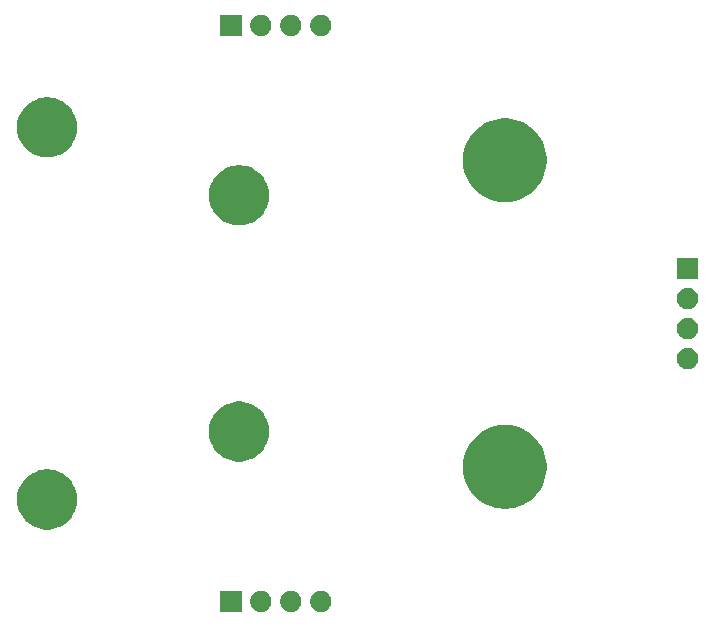
<source format=gbr>
G04 #@! TF.GenerationSoftware,KiCad,Pcbnew,9.0.2*
G04 #@! TF.CreationDate,2025-10-10T20:33:48-04:00*
G04 #@! TF.ProjectId,Trackball,54726163-6b62-4616-9c6c-2e6b69636164,rev?*
G04 #@! TF.SameCoordinates,Original*
G04 #@! TF.FileFunction,Soldermask,Bot*
G04 #@! TF.FilePolarity,Negative*
%FSLAX46Y46*%
G04 Gerber Fmt 4.6, Leading zero omitted, Abs format (unit mm)*
G04 Created by KiCad (PCBNEW 9.0.2) date 2025-10-10 20:33:48*
%MOMM*%
%LPD*%
G01*
G04 APERTURE LIST*
G04 APERTURE END LIST*
G36*
X50077517Y-105086882D02*
G01*
X50094062Y-105097938D01*
X50105118Y-105114483D01*
X50109000Y-105134000D01*
X50109000Y-106834000D01*
X50105118Y-106853517D01*
X50094062Y-106870062D01*
X50077517Y-106881118D01*
X50058000Y-106885000D01*
X48358000Y-106885000D01*
X48338483Y-106881118D01*
X48321938Y-106870062D01*
X48310882Y-106853517D01*
X48307000Y-106834000D01*
X48307000Y-105134000D01*
X48310882Y-105114483D01*
X48321938Y-105097938D01*
X48338483Y-105086882D01*
X48358000Y-105083000D01*
X50058000Y-105083000D01*
X50077517Y-105086882D01*
G37*
G36*
X52009546Y-105121797D02*
G01*
X52172728Y-105189389D01*
X52319588Y-105287518D01*
X52444482Y-105412412D01*
X52542611Y-105559272D01*
X52610203Y-105722454D01*
X52644661Y-105895687D01*
X52644661Y-106072313D01*
X52610203Y-106245546D01*
X52542611Y-106408728D01*
X52444482Y-106555588D01*
X52319588Y-106680482D01*
X52172728Y-106778611D01*
X52009546Y-106846203D01*
X51836313Y-106880661D01*
X51659687Y-106880661D01*
X51486454Y-106846203D01*
X51323272Y-106778611D01*
X51176412Y-106680482D01*
X51051518Y-106555588D01*
X50953389Y-106408728D01*
X50885797Y-106245546D01*
X50851339Y-106072313D01*
X50851339Y-105895687D01*
X50885797Y-105722454D01*
X50953389Y-105559272D01*
X51051518Y-105412412D01*
X51176412Y-105287518D01*
X51323272Y-105189389D01*
X51486454Y-105121797D01*
X51659687Y-105087339D01*
X51836313Y-105087339D01*
X52009546Y-105121797D01*
G37*
G36*
X54549546Y-105121797D02*
G01*
X54712728Y-105189389D01*
X54859588Y-105287518D01*
X54984482Y-105412412D01*
X55082611Y-105559272D01*
X55150203Y-105722454D01*
X55184661Y-105895687D01*
X55184661Y-106072313D01*
X55150203Y-106245546D01*
X55082611Y-106408728D01*
X54984482Y-106555588D01*
X54859588Y-106680482D01*
X54712728Y-106778611D01*
X54549546Y-106846203D01*
X54376313Y-106880661D01*
X54199687Y-106880661D01*
X54026454Y-106846203D01*
X53863272Y-106778611D01*
X53716412Y-106680482D01*
X53591518Y-106555588D01*
X53493389Y-106408728D01*
X53425797Y-106245546D01*
X53391339Y-106072313D01*
X53391339Y-105895687D01*
X53425797Y-105722454D01*
X53493389Y-105559272D01*
X53591518Y-105412412D01*
X53716412Y-105287518D01*
X53863272Y-105189389D01*
X54026454Y-105121797D01*
X54199687Y-105087339D01*
X54376313Y-105087339D01*
X54549546Y-105121797D01*
G37*
G36*
X57089546Y-105121797D02*
G01*
X57252728Y-105189389D01*
X57399588Y-105287518D01*
X57524482Y-105412412D01*
X57622611Y-105559272D01*
X57690203Y-105722454D01*
X57724661Y-105895687D01*
X57724661Y-106072313D01*
X57690203Y-106245546D01*
X57622611Y-106408728D01*
X57524482Y-106555588D01*
X57399588Y-106680482D01*
X57252728Y-106778611D01*
X57089546Y-106846203D01*
X56916313Y-106880661D01*
X56739687Y-106880661D01*
X56566454Y-106846203D01*
X56403272Y-106778611D01*
X56256412Y-106680482D01*
X56131518Y-106555588D01*
X56033389Y-106408728D01*
X55965797Y-106245546D01*
X55931339Y-106072313D01*
X55931339Y-105895687D01*
X55965797Y-105722454D01*
X56033389Y-105559272D01*
X56131518Y-105412412D01*
X56256412Y-105287518D01*
X56403272Y-105189389D01*
X56566454Y-105121797D01*
X56739687Y-105087339D01*
X56916313Y-105087339D01*
X57089546Y-105121797D01*
G37*
G36*
X34077308Y-94835043D02*
G01*
X34356207Y-94898700D01*
X34626225Y-94993183D01*
X34883967Y-95117305D01*
X35126190Y-95269504D01*
X35349850Y-95447867D01*
X35552133Y-95650150D01*
X35730496Y-95873810D01*
X35882695Y-96116033D01*
X36006817Y-96373775D01*
X36101300Y-96643793D01*
X36164957Y-96922692D01*
X36196987Y-97206964D01*
X36196987Y-97493036D01*
X36164957Y-97777308D01*
X36101300Y-98056207D01*
X36006817Y-98326225D01*
X35882695Y-98583967D01*
X35730496Y-98826190D01*
X35552133Y-99049850D01*
X35349850Y-99252133D01*
X35126190Y-99430496D01*
X34883967Y-99582695D01*
X34626225Y-99706817D01*
X34356207Y-99801300D01*
X34077308Y-99864957D01*
X33793036Y-99896987D01*
X33506964Y-99896987D01*
X33222692Y-99864957D01*
X32943793Y-99801300D01*
X32673775Y-99706817D01*
X32416033Y-99582695D01*
X32173810Y-99430496D01*
X31950150Y-99252133D01*
X31747867Y-99049850D01*
X31569504Y-98826190D01*
X31417305Y-98583967D01*
X31293183Y-98326225D01*
X31198700Y-98056207D01*
X31135043Y-97777308D01*
X31103013Y-97493036D01*
X31103013Y-97206964D01*
X31135043Y-96922692D01*
X31198700Y-96643793D01*
X31293183Y-96373775D01*
X31417305Y-96116033D01*
X31569504Y-95873810D01*
X31747867Y-95650150D01*
X31950150Y-95447867D01*
X32173810Y-95269504D01*
X32416033Y-95117305D01*
X32673775Y-94993183D01*
X32943793Y-94898700D01*
X33222692Y-94835043D01*
X33506964Y-94803013D01*
X33793036Y-94803013D01*
X34077308Y-94835043D01*
G37*
G36*
X72921040Y-91087434D02*
G01*
X73262823Y-91155419D01*
X73596296Y-91256577D01*
X73918248Y-91389934D01*
X74225579Y-91554206D01*
X74515328Y-91747810D01*
X74784706Y-91968883D01*
X75031117Y-92215294D01*
X75252190Y-92484672D01*
X75445794Y-92774421D01*
X75610066Y-93081752D01*
X75743423Y-93403704D01*
X75844581Y-93737177D01*
X75912566Y-94078960D01*
X75946723Y-94425761D01*
X75946723Y-94774239D01*
X75912566Y-95121040D01*
X75844581Y-95462823D01*
X75743423Y-95796296D01*
X75610066Y-96118248D01*
X75445794Y-96425579D01*
X75252190Y-96715328D01*
X75031117Y-96984706D01*
X74784706Y-97231117D01*
X74515328Y-97452190D01*
X74225579Y-97645794D01*
X73918248Y-97810066D01*
X73596296Y-97943423D01*
X73262823Y-98044581D01*
X72921040Y-98112566D01*
X72574239Y-98146723D01*
X72225761Y-98146723D01*
X71878960Y-98112566D01*
X71537177Y-98044581D01*
X71203704Y-97943423D01*
X70881752Y-97810066D01*
X70574421Y-97645794D01*
X70284672Y-97452190D01*
X70015294Y-97231117D01*
X69768883Y-96984706D01*
X69547810Y-96715328D01*
X69354206Y-96425579D01*
X69189934Y-96118248D01*
X69056577Y-95796296D01*
X68955419Y-95462823D01*
X68887434Y-95121040D01*
X68853277Y-94774239D01*
X68853277Y-94425761D01*
X68887434Y-94078960D01*
X68955419Y-93737177D01*
X69056577Y-93403704D01*
X69189934Y-93081752D01*
X69354206Y-92774421D01*
X69547810Y-92484672D01*
X69768883Y-92215294D01*
X70015294Y-91968883D01*
X70284672Y-91747810D01*
X70574421Y-91554206D01*
X70881752Y-91389934D01*
X71203704Y-91256577D01*
X71537177Y-91155419D01*
X71878960Y-91087434D01*
X72225761Y-91053277D01*
X72574239Y-91053277D01*
X72921040Y-91087434D01*
G37*
G36*
X50327308Y-89085043D02*
G01*
X50606207Y-89148700D01*
X50876225Y-89243183D01*
X51133967Y-89367305D01*
X51376190Y-89519504D01*
X51599850Y-89697867D01*
X51802133Y-89900150D01*
X51980496Y-90123810D01*
X52132695Y-90366033D01*
X52256817Y-90623775D01*
X52351300Y-90893793D01*
X52414957Y-91172692D01*
X52446987Y-91456964D01*
X52446987Y-91743036D01*
X52414957Y-92027308D01*
X52351300Y-92306207D01*
X52256817Y-92576225D01*
X52132695Y-92833967D01*
X51980496Y-93076190D01*
X51802133Y-93299850D01*
X51599850Y-93502133D01*
X51376190Y-93680496D01*
X51133967Y-93832695D01*
X50876225Y-93956817D01*
X50606207Y-94051300D01*
X50327308Y-94114957D01*
X50043036Y-94146987D01*
X49756964Y-94146987D01*
X49472692Y-94114957D01*
X49193793Y-94051300D01*
X48923775Y-93956817D01*
X48666033Y-93832695D01*
X48423810Y-93680496D01*
X48200150Y-93502133D01*
X47997867Y-93299850D01*
X47819504Y-93076190D01*
X47667305Y-92833967D01*
X47543183Y-92576225D01*
X47448700Y-92306207D01*
X47385043Y-92027308D01*
X47353013Y-91743036D01*
X47353013Y-91456964D01*
X47385043Y-91172692D01*
X47448700Y-90893793D01*
X47543183Y-90623775D01*
X47667305Y-90366033D01*
X47819504Y-90123810D01*
X47997867Y-89900150D01*
X48200150Y-89697867D01*
X48423810Y-89519504D01*
X48666033Y-89367305D01*
X48923775Y-89243183D01*
X49193793Y-89148700D01*
X49472692Y-89085043D01*
X49756964Y-89053013D01*
X50043036Y-89053013D01*
X50327308Y-89085043D01*
G37*
G36*
X88137546Y-84547797D02*
G01*
X88300728Y-84615389D01*
X88447588Y-84713518D01*
X88572482Y-84838412D01*
X88670611Y-84985272D01*
X88738203Y-85148454D01*
X88772661Y-85321687D01*
X88772661Y-85498313D01*
X88738203Y-85671546D01*
X88670611Y-85834728D01*
X88572482Y-85981588D01*
X88447588Y-86106482D01*
X88300728Y-86204611D01*
X88137546Y-86272203D01*
X87964313Y-86306661D01*
X87787687Y-86306661D01*
X87614454Y-86272203D01*
X87451272Y-86204611D01*
X87304412Y-86106482D01*
X87179518Y-85981588D01*
X87081389Y-85834728D01*
X87013797Y-85671546D01*
X86979339Y-85498313D01*
X86979339Y-85321687D01*
X87013797Y-85148454D01*
X87081389Y-84985272D01*
X87179518Y-84838412D01*
X87304412Y-84713518D01*
X87451272Y-84615389D01*
X87614454Y-84547797D01*
X87787687Y-84513339D01*
X87964313Y-84513339D01*
X88137546Y-84547797D01*
G37*
G36*
X88137546Y-82007797D02*
G01*
X88300728Y-82075389D01*
X88447588Y-82173518D01*
X88572482Y-82298412D01*
X88670611Y-82445272D01*
X88738203Y-82608454D01*
X88772661Y-82781687D01*
X88772661Y-82958313D01*
X88738203Y-83131546D01*
X88670611Y-83294728D01*
X88572482Y-83441588D01*
X88447588Y-83566482D01*
X88300728Y-83664611D01*
X88137546Y-83732203D01*
X87964313Y-83766661D01*
X87787687Y-83766661D01*
X87614454Y-83732203D01*
X87451272Y-83664611D01*
X87304412Y-83566482D01*
X87179518Y-83441588D01*
X87081389Y-83294728D01*
X87013797Y-83131546D01*
X86979339Y-82958313D01*
X86979339Y-82781687D01*
X87013797Y-82608454D01*
X87081389Y-82445272D01*
X87179518Y-82298412D01*
X87304412Y-82173518D01*
X87451272Y-82075389D01*
X87614454Y-82007797D01*
X87787687Y-81973339D01*
X87964313Y-81973339D01*
X88137546Y-82007797D01*
G37*
G36*
X88137546Y-79467797D02*
G01*
X88300728Y-79535389D01*
X88447588Y-79633518D01*
X88572482Y-79758412D01*
X88670611Y-79905272D01*
X88738203Y-80068454D01*
X88772661Y-80241687D01*
X88772661Y-80418313D01*
X88738203Y-80591546D01*
X88670611Y-80754728D01*
X88572482Y-80901588D01*
X88447588Y-81026482D01*
X88300728Y-81124611D01*
X88137546Y-81192203D01*
X87964313Y-81226661D01*
X87787687Y-81226661D01*
X87614454Y-81192203D01*
X87451272Y-81124611D01*
X87304412Y-81026482D01*
X87179518Y-80901588D01*
X87081389Y-80754728D01*
X87013797Y-80591546D01*
X86979339Y-80418313D01*
X86979339Y-80241687D01*
X87013797Y-80068454D01*
X87081389Y-79905272D01*
X87179518Y-79758412D01*
X87304412Y-79633518D01*
X87451272Y-79535389D01*
X87614454Y-79467797D01*
X87787687Y-79433339D01*
X87964313Y-79433339D01*
X88137546Y-79467797D01*
G37*
G36*
X88745517Y-76892882D02*
G01*
X88762062Y-76903938D01*
X88773118Y-76920483D01*
X88777000Y-76940000D01*
X88777000Y-78640000D01*
X88773118Y-78659517D01*
X88762062Y-78676062D01*
X88745517Y-78687118D01*
X88726000Y-78691000D01*
X87026000Y-78691000D01*
X87006483Y-78687118D01*
X86989938Y-78676062D01*
X86978882Y-78659517D01*
X86975000Y-78640000D01*
X86975000Y-76940000D01*
X86978882Y-76920483D01*
X86989938Y-76903938D01*
X87006483Y-76892882D01*
X87026000Y-76889000D01*
X88726000Y-76889000D01*
X88745517Y-76892882D01*
G37*
G36*
X50327308Y-69085043D02*
G01*
X50606207Y-69148700D01*
X50876225Y-69243183D01*
X51133967Y-69367305D01*
X51376190Y-69519504D01*
X51599850Y-69697867D01*
X51802133Y-69900150D01*
X51980496Y-70123810D01*
X52132695Y-70366033D01*
X52256817Y-70623775D01*
X52351300Y-70893793D01*
X52414957Y-71172692D01*
X52446987Y-71456964D01*
X52446987Y-71743036D01*
X52414957Y-72027308D01*
X52351300Y-72306207D01*
X52256817Y-72576225D01*
X52132695Y-72833967D01*
X51980496Y-73076190D01*
X51802133Y-73299850D01*
X51599850Y-73502133D01*
X51376190Y-73680496D01*
X51133967Y-73832695D01*
X50876225Y-73956817D01*
X50606207Y-74051300D01*
X50327308Y-74114957D01*
X50043036Y-74146987D01*
X49756964Y-74146987D01*
X49472692Y-74114957D01*
X49193793Y-74051300D01*
X48923775Y-73956817D01*
X48666033Y-73832695D01*
X48423810Y-73680496D01*
X48200150Y-73502133D01*
X47997867Y-73299850D01*
X47819504Y-73076190D01*
X47667305Y-72833967D01*
X47543183Y-72576225D01*
X47448700Y-72306207D01*
X47385043Y-72027308D01*
X47353013Y-71743036D01*
X47353013Y-71456964D01*
X47385043Y-71172692D01*
X47448700Y-70893793D01*
X47543183Y-70623775D01*
X47667305Y-70366033D01*
X47819504Y-70123810D01*
X47997867Y-69900150D01*
X48200150Y-69697867D01*
X48423810Y-69519504D01*
X48666033Y-69367305D01*
X48923775Y-69243183D01*
X49193793Y-69148700D01*
X49472692Y-69085043D01*
X49756964Y-69053013D01*
X50043036Y-69053013D01*
X50327308Y-69085043D01*
G37*
G36*
X72921040Y-65127434D02*
G01*
X73262823Y-65195419D01*
X73596296Y-65296577D01*
X73918248Y-65429934D01*
X74225579Y-65594206D01*
X74515328Y-65787810D01*
X74784706Y-66008883D01*
X75031117Y-66255294D01*
X75252190Y-66524672D01*
X75445794Y-66814421D01*
X75610066Y-67121752D01*
X75743423Y-67443704D01*
X75844581Y-67777177D01*
X75912566Y-68118960D01*
X75946723Y-68465761D01*
X75946723Y-68814239D01*
X75912566Y-69161040D01*
X75844581Y-69502823D01*
X75743423Y-69836296D01*
X75610066Y-70158248D01*
X75445794Y-70465579D01*
X75252190Y-70755328D01*
X75031117Y-71024706D01*
X74784706Y-71271117D01*
X74515328Y-71492190D01*
X74225579Y-71685794D01*
X73918248Y-71850066D01*
X73596296Y-71983423D01*
X73262823Y-72084581D01*
X72921040Y-72152566D01*
X72574239Y-72186723D01*
X72225761Y-72186723D01*
X71878960Y-72152566D01*
X71537177Y-72084581D01*
X71203704Y-71983423D01*
X70881752Y-71850066D01*
X70574421Y-71685794D01*
X70284672Y-71492190D01*
X70015294Y-71271117D01*
X69768883Y-71024706D01*
X69547810Y-70755328D01*
X69354206Y-70465579D01*
X69189934Y-70158248D01*
X69056577Y-69836296D01*
X68955419Y-69502823D01*
X68887434Y-69161040D01*
X68853277Y-68814239D01*
X68853277Y-68465761D01*
X68887434Y-68118960D01*
X68955419Y-67777177D01*
X69056577Y-67443704D01*
X69189934Y-67121752D01*
X69354206Y-66814421D01*
X69547810Y-66524672D01*
X69768883Y-66255294D01*
X70015294Y-66008883D01*
X70284672Y-65787810D01*
X70574421Y-65594206D01*
X70881752Y-65429934D01*
X71203704Y-65296577D01*
X71537177Y-65195419D01*
X71878960Y-65127434D01*
X72225761Y-65093277D01*
X72574239Y-65093277D01*
X72921040Y-65127434D01*
G37*
G36*
X34077308Y-63335043D02*
G01*
X34356207Y-63398700D01*
X34626225Y-63493183D01*
X34883967Y-63617305D01*
X35126190Y-63769504D01*
X35349850Y-63947867D01*
X35552133Y-64150150D01*
X35730496Y-64373810D01*
X35882695Y-64616033D01*
X36006817Y-64873775D01*
X36101300Y-65143793D01*
X36164957Y-65422692D01*
X36196987Y-65706964D01*
X36196987Y-65993036D01*
X36164957Y-66277308D01*
X36101300Y-66556207D01*
X36006817Y-66826225D01*
X35882695Y-67083967D01*
X35730496Y-67326190D01*
X35552133Y-67549850D01*
X35349850Y-67752133D01*
X35126190Y-67930496D01*
X34883967Y-68082695D01*
X34626225Y-68206817D01*
X34356207Y-68301300D01*
X34077308Y-68364957D01*
X33793036Y-68396987D01*
X33506964Y-68396987D01*
X33222692Y-68364957D01*
X32943793Y-68301300D01*
X32673775Y-68206817D01*
X32416033Y-68082695D01*
X32173810Y-67930496D01*
X31950150Y-67752133D01*
X31747867Y-67549850D01*
X31569504Y-67326190D01*
X31417305Y-67083967D01*
X31293183Y-66826225D01*
X31198700Y-66556207D01*
X31135043Y-66277308D01*
X31103013Y-65993036D01*
X31103013Y-65706964D01*
X31135043Y-65422692D01*
X31198700Y-65143793D01*
X31293183Y-64873775D01*
X31417305Y-64616033D01*
X31569504Y-64373810D01*
X31747867Y-64150150D01*
X31950150Y-63947867D01*
X32173810Y-63769504D01*
X32416033Y-63617305D01*
X32673775Y-63493183D01*
X32943793Y-63398700D01*
X33222692Y-63335043D01*
X33506964Y-63303013D01*
X33793036Y-63303013D01*
X34077308Y-63335043D01*
G37*
G36*
X50077517Y-56318882D02*
G01*
X50094062Y-56329938D01*
X50105118Y-56346483D01*
X50109000Y-56366000D01*
X50109000Y-58066000D01*
X50105118Y-58085517D01*
X50094062Y-58102062D01*
X50077517Y-58113118D01*
X50058000Y-58117000D01*
X48358000Y-58117000D01*
X48338483Y-58113118D01*
X48321938Y-58102062D01*
X48310882Y-58085517D01*
X48307000Y-58066000D01*
X48307000Y-56366000D01*
X48310882Y-56346483D01*
X48321938Y-56329938D01*
X48338483Y-56318882D01*
X48358000Y-56315000D01*
X50058000Y-56315000D01*
X50077517Y-56318882D01*
G37*
G36*
X52009546Y-56353797D02*
G01*
X52172728Y-56421389D01*
X52319588Y-56519518D01*
X52444482Y-56644412D01*
X52542611Y-56791272D01*
X52610203Y-56954454D01*
X52644661Y-57127687D01*
X52644661Y-57304313D01*
X52610203Y-57477546D01*
X52542611Y-57640728D01*
X52444482Y-57787588D01*
X52319588Y-57912482D01*
X52172728Y-58010611D01*
X52009546Y-58078203D01*
X51836313Y-58112661D01*
X51659687Y-58112661D01*
X51486454Y-58078203D01*
X51323272Y-58010611D01*
X51176412Y-57912482D01*
X51051518Y-57787588D01*
X50953389Y-57640728D01*
X50885797Y-57477546D01*
X50851339Y-57304313D01*
X50851339Y-57127687D01*
X50885797Y-56954454D01*
X50953389Y-56791272D01*
X51051518Y-56644412D01*
X51176412Y-56519518D01*
X51323272Y-56421389D01*
X51486454Y-56353797D01*
X51659687Y-56319339D01*
X51836313Y-56319339D01*
X52009546Y-56353797D01*
G37*
G36*
X54549546Y-56353797D02*
G01*
X54712728Y-56421389D01*
X54859588Y-56519518D01*
X54984482Y-56644412D01*
X55082611Y-56791272D01*
X55150203Y-56954454D01*
X55184661Y-57127687D01*
X55184661Y-57304313D01*
X55150203Y-57477546D01*
X55082611Y-57640728D01*
X54984482Y-57787588D01*
X54859588Y-57912482D01*
X54712728Y-58010611D01*
X54549546Y-58078203D01*
X54376313Y-58112661D01*
X54199687Y-58112661D01*
X54026454Y-58078203D01*
X53863272Y-58010611D01*
X53716412Y-57912482D01*
X53591518Y-57787588D01*
X53493389Y-57640728D01*
X53425797Y-57477546D01*
X53391339Y-57304313D01*
X53391339Y-57127687D01*
X53425797Y-56954454D01*
X53493389Y-56791272D01*
X53591518Y-56644412D01*
X53716412Y-56519518D01*
X53863272Y-56421389D01*
X54026454Y-56353797D01*
X54199687Y-56319339D01*
X54376313Y-56319339D01*
X54549546Y-56353797D01*
G37*
G36*
X57089546Y-56353797D02*
G01*
X57252728Y-56421389D01*
X57399588Y-56519518D01*
X57524482Y-56644412D01*
X57622611Y-56791272D01*
X57690203Y-56954454D01*
X57724661Y-57127687D01*
X57724661Y-57304313D01*
X57690203Y-57477546D01*
X57622611Y-57640728D01*
X57524482Y-57787588D01*
X57399588Y-57912482D01*
X57252728Y-58010611D01*
X57089546Y-58078203D01*
X56916313Y-58112661D01*
X56739687Y-58112661D01*
X56566454Y-58078203D01*
X56403272Y-58010611D01*
X56256412Y-57912482D01*
X56131518Y-57787588D01*
X56033389Y-57640728D01*
X55965797Y-57477546D01*
X55931339Y-57304313D01*
X55931339Y-57127687D01*
X55965797Y-56954454D01*
X56033389Y-56791272D01*
X56131518Y-56644412D01*
X56256412Y-56519518D01*
X56403272Y-56421389D01*
X56566454Y-56353797D01*
X56739687Y-56319339D01*
X56916313Y-56319339D01*
X57089546Y-56353797D01*
G37*
M02*

</source>
